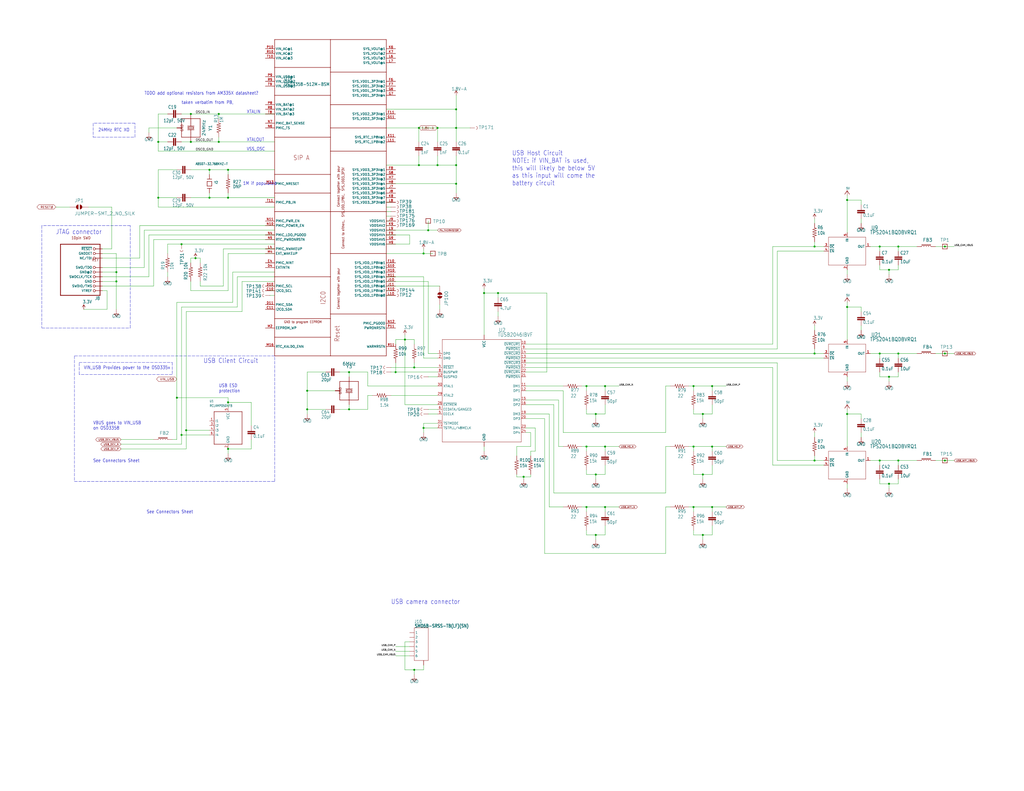
<source format=kicad_sch>
(kicad_sch (version 20211123) (generator eeschema)
  (paper "C")
  (title_block (title "Oresat DxWifi Card") (date "2022-01-30") (rev "1.1"))
  (junction (at 485.14 264.16))
  (junction (at 462.28 226.06))
  (junction (at 383.54 292.1))
  (junction (at 462.28 167.64))
  (junction (at 378.46 276.86))
  (junction (at 444.5 134.62))
  (junction (at 63.5 153.67))
  (junction (at 104.14 62.23))
  (junction (at 190.5 223.52))
  (junction (at 490.22 251.46))
  (junction (at 378.46 210.82))
  (junction (at 114.3 107.95))
  (junction (at 114.3 92.71))
  (junction (at 248.92 59.69))
  (junction (at 388.62 276.86))
  (junction (at 190.5 203.2))
  (junction (at 119.38 62.23))
  (junction (at 325.12 292.1))
  (junction (at 264.16 160.02))
  (junction (at 320.04 276.86))
  (junction (at 388.62 243.84))
  (junction (at 124.46 245.11))
  (junction (at 388.62 210.82))
  (junction (at 106.68 140.97))
  (junction (at 124.46 92.71))
  (junction (at 238.76 69.85))
  (junction (at 330.2 243.84))
  (junction (at 383.54 259.08))
  (junction (at 167.64 213.36))
  (junction (at 63.5 148.59))
  (junction (at 485.14 147.32))
  (junction (at 480.06 251.46))
  (junction (at 515.62 134.62))
  (junction (at 233.68 125.73))
  (junction (at 480.06 134.62))
  (junction (at 383.54 226.06))
  (junction (at 231.14 138.43))
  (junction (at 238.76 90.17))
  (junction (at 167.64 223.52))
  (junction (at 515.62 251.46))
  (junction (at 124.46 219.71))
  (junction (at 320.04 243.84))
  (junction (at 220.98 185.42))
  (junction (at 490.22 193.04))
  (junction (at 96.52 217.17))
  (junction (at 378.46 243.84))
  (junction (at 228.6 90.17))
  (junction (at 99.06 237.49))
  (junction (at 248.92 90.17))
  (junction (at 248.92 100.33))
  (junction (at 325.12 259.08))
  (junction (at 101.6 234.95))
  (junction (at 515.62 193.04))
  (junction (at 490.22 134.62))
  (junction (at 248.92 69.85))
  (junction (at 119.38 77.47))
  (junction (at 271.78 160.02))
  (junction (at 99.06 133.35))
  (junction (at 228.6 69.85))
  (junction (at 104.14 77.47))
  (junction (at 226.06 200.66))
  (junction (at 124.46 107.95))
  (junction (at 330.2 210.82))
  (junction (at 325.12 226.06))
  (junction (at 320.04 210.82))
  (junction (at 462.28 109.22))
  (junction (at 231.14 233.68))
  (junction (at 444.5 193.04))
  (junction (at 480.06 193.04))
  (junction (at 285.75 260.35))
  (junction (at 86.36 77.47))
  (junction (at 330.2 276.86))
  (junction (at 86.36 107.95))
  (junction (at 444.5 251.46))
  (junction (at 215.9 203.2))
  (junction (at 226.06 365.76))
  (junction (at 485.14 205.74))
  (wire (pts (xy 444.5 193.04) (xy 444.5 190.5)))
  (wire (pts (xy 320.04 246.38) (xy 320.04 243.84)))
  (wire (pts (xy 248.92 77.47) (xy 248.92 69.85)))
  (wire (pts (xy 378.46 259.08) (xy 383.54 259.08)))
  (wire (pts (xy 462.28 127) (xy 462.28 109.22)))
  (wire (pts (xy 287.02 193.04) (xy 444.5 193.04)))
  (wire (pts (xy 490.22 134.62) (xy 490.22 137.16)))
  (wire (pts (xy 515.62 251.46) (xy 520.7 251.46)))
  (wire (pts (xy 220.98 350.52) (xy 220.98 365.76)))
  (wire (pts (xy 213.36 113.03) (xy 210.82 113.03)))
  (wire (pts (xy 289.56 236.22) (xy 289.56 243.84)))
  (wire (pts (xy 58.42 168.91) (xy 45.72 168.91)))
  (wire (pts (xy 287.02 203.2) (xy 298.45 203.2)))
  (wire (pts (xy 185.42 203.2) (xy 190.5 203.2)))
  (wire (pts (xy 469.9 177.8) (xy 469.9 180.34)))
  (wire (pts (xy 363.22 236.22) (xy 363.22 210.82)))
  (polyline (pts (xy 93.98 204.47) (xy 43.18 204.47)))
  (wire (pts (xy 167.64 223.52) (xy 167.64 213.36)))
  (wire (pts (xy 96.52 217.17) (xy 96.52 165.1)))
  (wire (pts (xy 388.62 226.06) (xy 388.62 220.98)))
  (wire (pts (xy 182.88 213.36) (xy 167.64 213.36)))
  (wire (pts (xy 238.76 220.98) (xy 220.98 220.98)))
  (wire (pts (xy 99.06 167.64) (xy 129.54 167.64)))
  (wire (pts (xy 320.04 243.84) (xy 317.5 243.84)))
  (wire (pts (xy 220.98 185.42) (xy 226.06 185.42)))
  (wire (pts (xy 302.26 220.98) (xy 302.26 269.24)))
  (wire (pts (xy 210.82 158.75) (xy 213.36 158.75)))
  (wire (pts (xy 469.9 119.38) (xy 469.9 121.92)))
  (wire (pts (xy 365.76 210.82) (xy 363.22 210.82)))
  (wire (pts (xy 231.14 135.89) (xy 231.14 138.43)))
  (wire (pts (xy 330.2 226.06) (xy 330.2 220.98)))
  (wire (pts (xy 297.18 228.6) (xy 297.18 302.26)))
  (wire (pts (xy 287.02 218.44) (xy 304.8 218.44)))
  (wire (pts (xy 101.6 245.11) (xy 101.6 234.95)))
  (wire (pts (xy 231.14 365.76) (xy 231.14 363.22)))
  (wire (pts (xy 91.44 151.13) (xy 91.44 148.59)))
  (wire (pts (xy 264.16 157.48) (xy 264.16 160.02)))
  (wire (pts (xy 325.12 292.1) (xy 325.12 294.64)))
  (wire (pts (xy 238.76 85.09) (xy 238.76 90.17)))
  (wire (pts (xy 78.74 146.05) (xy 55.88 146.05)))
  (wire (pts (xy 190.5 203.2) (xy 200.66 203.2)))
  (wire (pts (xy 121.92 156.21) (xy 121.92 135.89)))
  (wire (pts (xy 378.46 210.82) (xy 375.92 210.82)))
  (wire (pts (xy 210.82 120.65) (xy 213.36 120.65)))
  (wire (pts (xy 271.78 160.02) (xy 264.16 160.02)))
  (wire (pts (xy 474.98 193.04) (xy 480.06 193.04)))
  (wire (pts (xy 388.62 276.86) (xy 378.46 276.86)))
  (wire (pts (xy 236.22 138.43) (xy 231.14 138.43)))
  (wire (pts (xy 210.82 59.69) (xy 248.92 59.69)))
  (wire (pts (xy 363.22 269.24) (xy 363.22 243.84)))
  (wire (pts (xy 469.9 228.6) (xy 469.9 226.06)))
  (wire (pts (xy 325.12 226.06) (xy 330.2 226.06)))
  (wire (pts (xy 271.78 162.56) (xy 271.78 160.02)))
  (wire (pts (xy 289.56 246.38) (xy 289.56 248.92)))
  (wire (pts (xy 233.68 193.04) (xy 233.68 153.67)))
  (polyline (pts (xy 22.86 123.19) (xy 22.86 179.07)))
  (wire (pts (xy 480.06 137.16) (xy 480.06 134.62)))
  (wire (pts (xy 330.2 276.86) (xy 337.82 276.86)))
  (wire (pts (xy 238.76 200.66) (xy 226.06 200.66)))
  (wire (pts (xy 462.28 243.84) (xy 462.28 226.06)))
  (wire (pts (xy 121.92 135.89) (xy 149.86 135.89)))
  (wire (pts (xy 307.34 213.36) (xy 307.34 236.22)))
  (wire (pts (xy 462.28 109.22) (xy 462.28 106.68)))
  (wire (pts (xy 287.02 198.12) (xy 424.18 198.12)))
  (wire (pts (xy 223.52 350.52) (xy 220.98 350.52)))
  (wire (pts (xy 325.12 292.1) (xy 330.2 292.1)))
  (wire (pts (xy 469.9 109.22) (xy 462.28 109.22)))
  (polyline (pts (xy 22.86 179.07) (xy 71.12 179.07)))
  (wire (pts (xy 129.54 151.13) (xy 149.86 151.13)))
  (wire (pts (xy 63.5 148.59) (xy 63.5 153.67)))
  (wire (pts (xy 114.3 237.49) (xy 99.06 237.49)))
  (wire (pts (xy 91.44 133.35) (xy 91.44 138.43)))
  (wire (pts (xy 378.46 289.56) (xy 378.46 292.1)))
  (wire (pts (xy 137.16 245.11) (xy 137.16 240.03)))
  (wire (pts (xy 127 165.1) (xy 127 148.59)))
  (wire (pts (xy 124.46 245.11) (xy 137.16 245.11)))
  (wire (pts (xy 114.3 107.95) (xy 104.14 107.95)))
  (wire (pts (xy 388.62 246.38) (xy 388.62 243.84)))
  (wire (pts (xy 223.52 128.27) (xy 223.52 133.35)))
  (wire (pts (xy 91.44 77.47) (xy 86.36 77.47)))
  (wire (pts (xy 213.36 118.11) (xy 210.82 118.11)))
  (wire (pts (xy 490.22 205.74) (xy 490.22 203.2)))
  (wire (pts (xy 99.06 77.47) (xy 104.14 77.47)))
  (wire (pts (xy 388.62 210.82) (xy 396.24 210.82)))
  (wire (pts (xy 210.82 100.33) (xy 248.92 100.33)))
  (wire (pts (xy 231.14 233.68) (xy 231.14 236.22)))
  (wire (pts (xy 83.82 130.81) (xy 149.86 130.81)))
  (wire (pts (xy 114.3 92.71) (xy 104.14 92.71)))
  (wire (pts (xy 109.22 140.97) (xy 106.68 140.97)))
  (wire (pts (xy 124.46 219.71) (xy 137.16 219.71)))
  (wire (pts (xy 304.8 218.44) (xy 304.8 243.84)))
  (wire (pts (xy 378.46 223.52) (xy 378.46 226.06)))
  (polyline (pts (xy 73.66 67.31) (xy 50.8 67.31)))
  (wire (pts (xy 226.06 365.76) (xy 231.14 365.76)))
  (wire (pts (xy 215.9 203.2) (xy 238.76 203.2)))
  (wire (pts (xy 297.18 302.26) (xy 363.22 302.26)))
  (wire (pts (xy 378.46 243.84) (xy 375.92 243.84)))
  (wire (pts (xy 320.04 276.86) (xy 317.5 276.86)))
  (wire (pts (xy 299.72 226.06) (xy 299.72 276.86)))
  (wire (pts (xy 378.46 276.86) (xy 375.92 276.86)))
  (wire (pts (xy 238.76 231.14) (xy 231.14 231.14)))
  (wire (pts (xy 55.88 148.59) (xy 63.5 148.59)))
  (wire (pts (xy 485.14 147.32) (xy 480.06 147.32)))
  (wire (pts (xy 298.45 160.02) (xy 271.78 160.02)))
  (wire (pts (xy 96.52 92.71) (xy 86.36 92.71)))
  (wire (pts (xy 285.75 260.35) (xy 285.75 261.62)))
  (wire (pts (xy 388.62 276.86) (xy 396.24 276.86)))
  (wire (pts (xy 58.42 158.75) (xy 58.42 168.91)))
  (wire (pts (xy 149.86 133.35) (xy 99.06 133.35)))
  (wire (pts (xy 76.2 123.19) (xy 149.86 123.19)))
  (wire (pts (xy 287.02 213.36) (xy 307.34 213.36)))
  (wire (pts (xy 281.94 243.84) (xy 281.94 248.92)))
  (wire (pts (xy 210.82 128.27) (xy 223.52 128.27)))
  (wire (pts (xy 93.98 240.03) (xy 96.52 240.03)))
  (wire (pts (xy 480.06 195.58) (xy 480.06 193.04)))
  (polyline (pts (xy 149.86 262.89) (xy 149.86 194.31)))
  (wire (pts (xy 480.06 134.62) (xy 490.22 134.62)))
  (wire (pts (xy 480.06 254) (xy 480.06 251.46)))
  (wire (pts (xy 421.64 187.96) (xy 421.64 134.62)))
  (wire (pts (xy 213.36 215.9) (xy 238.76 215.9)))
  (wire (pts (xy 462.28 167.64) (xy 462.28 165.1)))
  (wire (pts (xy 238.76 77.47) (xy 238.76 69.85)))
  (wire (pts (xy 388.62 279.4) (xy 388.62 276.86)))
  (wire (pts (xy 248.92 59.69) (xy 248.92 52.07)))
  (wire (pts (xy 119.38 64.77) (xy 119.38 62.23)))
  (wire (pts (xy 210.82 161.29) (xy 213.36 161.29)))
  (wire (pts (xy 383.54 226.06) (xy 388.62 226.06)))
  (wire (pts (xy 86.36 107.95) (xy 86.36 113.03)))
  (wire (pts (xy 298.45 203.2) (xy 298.45 160.02)))
  (wire (pts (xy 233.68 223.52) (xy 238.76 223.52)))
  (wire (pts (xy 81.28 128.27) (xy 149.86 128.27)))
  (wire (pts (xy 104.14 140.97) (xy 106.68 140.97)))
  (wire (pts (xy 330.2 279.4) (xy 330.2 276.86)))
  (wire (pts (xy 55.88 138.43) (xy 63.5 138.43)))
  (wire (pts (xy 248.92 100.33) (xy 248.92 90.17)))
  (wire (pts (xy 78.74 146.05) (xy 78.74 125.73)))
  (wire (pts (xy 220.98 185.42) (xy 220.98 182.88)))
  (wire (pts (xy 238.76 90.17) (xy 248.92 90.17)))
  (wire (pts (xy 325.12 259.08) (xy 325.12 261.62)))
  (wire (pts (xy 330.2 243.84) (xy 320.04 243.84)))
  (wire (pts (xy 149.86 82.55) (xy 86.36 82.55)))
  (wire (pts (xy 210.82 90.17) (xy 228.6 90.17)))
  (wire (pts (xy 383.54 292.1) (xy 383.54 294.64)))
  (wire (pts (xy 444.5 251.46) (xy 424.18 251.46)))
  (wire (pts (xy 86.36 77.47) (xy 86.36 62.23)))
  (wire (pts (xy 231.14 151.13) (xy 210.82 151.13)))
  (wire (pts (xy 76.2 140.97) (xy 76.2 123.19)))
  (wire (pts (xy 200.66 210.82) (xy 238.76 210.82)))
  (wire (pts (xy 167.64 203.2) (xy 177.8 203.2)))
  (polyline (pts (xy 149.86 194.31) (xy 40.64 194.31)))
  (wire (pts (xy 220.98 365.76) (xy 226.06 365.76)))
  (wire (pts (xy 485.14 208.28) (xy 485.14 205.74)))
  (wire (pts (xy 320.04 279.4) (xy 320.04 276.86)))
  (wire (pts (xy 302.26 269.24) (xy 363.22 269.24)))
  (wire (pts (xy 91.44 62.23) (xy 86.36 62.23)))
  (wire (pts (xy 462.28 226.06) (xy 462.28 223.52)))
  (wire (pts (xy 238.76 195.58) (xy 231.14 195.58)))
  (polyline (pts (xy 93.98 197.866) (xy 93.98 204.47)))
  (wire (pts (xy 60.96 113.03) (xy 48.26 113.03)))
  (wire (pts (xy 104.14 143.51) (xy 104.14 140.97)))
  (wire (pts (xy 480.06 205.74) (xy 480.06 203.2)))
  (wire (pts (xy 469.9 236.22) (xy 469.9 238.76)))
  (wire (pts (xy 167.64 226.06) (xy 167.64 223.52)))
  (wire (pts (xy 449.58 137.16) (xy 424.18 137.16)))
  (wire (pts (xy 149.86 92.71) (xy 124.46 92.71)))
  (wire (pts (xy 114.3 234.95) (xy 101.6 234.95)))
  (wire (pts (xy 500.38 251.46) (xy 490.22 251.46)))
  (wire (pts (xy 474.98 251.46) (xy 480.06 251.46)))
  (wire (pts (xy 55.88 140.97) (xy 76.2 140.97)))
  (polyline (pts (xy 40.64 194.31) (xy 40.64 262.89)))
  (wire (pts (xy 383.54 259.08) (xy 383.54 261.62)))
  (wire (pts (xy 490.22 134.62) (xy 500.38 134.62)))
  (wire (pts (xy 292.1 233.68) (xy 292.1 246.38)))
  (polyline (pts (xy 71.12 179.07) (xy 71.12 123.19)))
  (wire (pts (xy 149.86 161.29) (xy 147.32 161.29)))
  (wire (pts (xy 124.46 158.75) (xy 104.14 158.75)))
  (wire (pts (xy 231.14 195.58) (xy 231.14 151.13)))
  (wire (pts (xy 231.14 231.14) (xy 231.14 233.68)))
  (wire (pts (xy 167.64 213.36) (xy 167.64 203.2)))
  (wire (pts (xy 320.04 256.54) (xy 320.04 259.08)))
  (wire (pts (xy 240.03 168.91) (xy 240.03 166.37)))
  (wire (pts (xy 287.02 220.98) (xy 302.26 220.98)))
  (wire (pts (xy 480.06 147.32) (xy 480.06 144.78)))
  (wire (pts (xy 248.92 69.85) (xy 238.76 69.85)))
  (wire (pts (xy 215.9 187.96) (xy 215.9 185.42)))
  (wire (pts (xy 220.98 220.98) (xy 220.98 185.42)))
  (wire (pts (xy 129.54 167.64) (xy 129.54 151.13)))
  (wire (pts (xy 149.86 138.43) (xy 124.46 138.43)))
  (wire (pts (xy 114.3 107.95) (xy 124.46 107.95)))
  (wire (pts (xy 378.46 246.38) (xy 378.46 243.84)))
  (wire (pts (xy 485.14 266.7) (xy 485.14 264.16)))
  (wire (pts (xy 96.52 69.85) (xy 81.28 69.85)))
  (wire (pts (xy 109.22 143.51) (xy 109.22 140.97)))
  (wire (pts (xy 99.06 133.35) (xy 91.44 133.35)))
  (wire (pts (xy 226.06 185.42) (xy 226.06 187.96)))
  (wire (pts (xy 55.88 153.67) (xy 63.5 153.67)))
  (wire (pts (xy 424.18 190.5) (xy 287.02 190.5)))
  (wire (pts (xy 285.75 260.35) (xy 289.56 260.35)))
  (wire (pts (xy 320.04 210.82) (xy 317.5 210.82)))
  (wire (pts (xy 124.46 217.17) (xy 96.52 217.17)))
  (wire (pts (xy 190.5 220.98) (xy 190.5 223.52)))
  (wire (pts (xy 124.46 222.25) (xy 124.46 219.71)))
  (polyline (pts (xy 71.12 123.19) (xy 22.86 123.19)))
  (wire (pts (xy 485.14 147.32) (xy 490.22 147.32)))
  (wire (pts (xy 421.64 254) (xy 449.58 254)))
  (wire (pts (xy 320.04 289.56) (xy 320.04 292.1)))
  (wire (pts (xy 63.5 153.67) (xy 63.5 168.91)))
  (wire (pts (xy 421.64 134.62) (xy 444.5 134.62)))
  (wire (pts (xy 226.06 198.12) (xy 226.06 200.66)))
  (wire (pts (xy 515.62 134.62) (xy 520.7 134.62)))
  (polyline (pts (xy 43.18 197.866) (xy 93.98 197.866)))
  (wire (pts (xy 264.16 246.38) (xy 264.16 243.84)))
  (wire (pts (xy 444.5 134.62) (xy 444.5 132.08)))
  (wire (pts (xy 444.5 180.34) (xy 444.5 177.8)))
  (wire (pts (xy 469.9 111.76) (xy 469.9 109.22)))
  (wire (pts (xy 480.06 251.46) (xy 490.22 251.46)))
  (wire (pts (xy 81.28 151.13) (xy 81.28 128.27)))
  (wire (pts (xy 132.08 153.67) (xy 149.86 153.67)))
  (wire (pts (xy 228.6 90.17) (xy 238.76 90.17)))
  (wire (pts (xy 109.22 156.21) (xy 121.92 156.21)))
  (wire (pts (xy 149.86 107.95) (xy 124.46 107.95)))
  (wire (pts (xy 96.52 107.95) (xy 86.36 107.95)))
  (wire (pts (xy 55.88 156.21) (xy 83.82 156.21)))
  (wire (pts (xy 325.12 259.08) (xy 330.2 259.08)))
  (wire (pts (xy 63.5 138.43) (xy 63.5 148.59)))
  (wire (pts (xy 490.22 147.32) (xy 490.22 144.78)))
  (wire (pts (xy 469.9 170.18) (xy 469.9 167.64)))
  (wire (pts (xy 66.04 245.11) (xy 101.6 245.11)))
  (wire (pts (xy 388.62 259.08) (xy 388.62 254)))
  (wire (pts (xy 104.14 77.47) (xy 119.38 77.47)))
  (wire (pts (xy 462.28 266.7) (xy 462.28 264.16)))
  (wire (pts (xy 510.54 251.46) (xy 515.62 251.46)))
  (wire (pts (xy 474.98 134.62) (xy 480.06 134.62)))
  (wire (pts (xy 109.22 153.67) (xy 109.22 156.21)))
  (wire (pts (xy 490.22 251.46) (xy 490.22 254)))
  (wire (pts (xy 124.46 247.65) (xy 124.46 245.11)))
  (wire (pts (xy 388.62 213.36) (xy 388.62 210.82)))
  (wire (pts (xy 240.03 156.21) (xy 210.82 156.21)))
  (wire (pts (xy 147.32 158.75) (xy 149.86 158.75)))
  (wire (pts (xy 223.52 133.35) (xy 210.82 133.35)))
  (wire (pts (xy 462.28 208.28) (xy 462.28 205.74)))
  (wire (pts (xy 99.06 237.49) (xy 99.06 167.64)))
  (wire (pts (xy 210.82 110.49) (xy 213.36 110.49)))
  (wire (pts (xy 365.76 276.86) (xy 363.22 276.86)))
  (wire (pts (xy 210.82 115.57) (xy 213.36 115.57)))
  (wire (pts (xy 330.2 292.1) (xy 330.2 287.02)))
  (wire (pts (xy 226.06 368.3) (xy 226.06 365.76)))
  (wire (pts (xy 215.9 185.42) (xy 220.98 185.42)))
  (wire (pts (xy 424.18 137.16) (xy 424.18 190.5)))
  (wire (pts (xy 421.64 254) (xy 421.64 200.66)))
  (wire (pts (xy 383.54 259.08) (xy 388.62 259.08)))
  (wire (pts (xy 119.38 77.47) (xy 119.38 74.93)))
  (wire (pts (xy 378.46 292.1) (xy 383.54 292.1)))
  (wire (pts (xy 281.94 259.08) (xy 281.94 260.35)))
  (wire (pts (xy 256.54 69.85) (xy 248.92 69.85)))
  (wire (pts (xy 287.02 226.06) (xy 299.72 226.06)))
  (wire (pts (xy 99.06 242.57) (xy 99.06 237.49)))
  (wire (pts (xy 383.54 292.1) (xy 388.62 292.1)))
  (wire (pts (xy 60.96 135.89) (xy 60.96 113.03)))
  (wire (pts (xy 490.22 193.04) (xy 490.22 195.58)))
  (wire (pts (xy 271.78 170.18) (xy 271.78 172.72)))
  (wire (pts (xy 96.52 217.17) (xy 96.52 240.03)))
  (wire (pts (xy 55.88 151.13) (xy 81.28 151.13)))
  (wire (pts (xy 124.46 219.71) (xy 124.46 217.17)))
  (wire (pts (xy 383.54 226.06) (xy 383.54 228.6)))
  (wire (pts (xy 485.14 264.16) (xy 480.06 264.16)))
  (wire (pts (xy 378.46 213.36) (xy 378.46 210.82)))
  (wire (pts (xy 238.76 193.04) (xy 233.68 193.04)))
  (wire (pts (xy 444.5 121.92) (xy 444.5 119.38)))
  (wire (pts (xy 388.62 243.84) (xy 378.46 243.84)))
  (wire (pts (xy 104.14 158.75) (xy 104.14 153.67)))
  (wire (pts (xy 287.02 210.82) (xy 307.34 210.82)))
  (wire (pts (xy 226.06 200.66) (xy 213.36 200.66)))
  (wire (pts (xy 490.22 193.04) (xy 500.38 193.04)))
  (wire (pts (xy 421.64 200.66) (xy 287.02 200.66)))
  (wire (pts (xy 299.72 276.86) (xy 307.34 276.86)))
  (wire (pts (xy 287.02 228.6) (xy 297.18 228.6)))
  (wire (pts (xy 485.14 205.74) (xy 490.22 205.74)))
  (wire (pts (xy 444.5 238.76) (xy 444.5 236.22)))
  (wire (pts (xy 119.38 62.23) (xy 104.14 62.23)))
  (wire (pts (xy 124.46 105.41) (xy 124.46 107.95)))
  (wire (pts (xy 213.36 123.19) (xy 210.82 123.19)))
  (wire (pts (xy 233.68 205.74) (xy 238.76 205.74)))
  (wire (pts (xy 223.52 353.06) (xy 215.9 353.06)))
  (wire (pts (xy 480.06 193.04) (xy 490.22 193.04)))
  (wire (pts (xy 462.28 149.86) (xy 462.28 147.32)))
  (wire (pts (xy 83.82 156.21) (xy 83.82 130.81)))
  (wire (pts (xy 114.3 95.25) (xy 114.3 92.71)))
  (wire (pts (xy 449.58 193.04) (xy 444.5 193.04)))
  (wire (pts (xy 320.04 292.1) (xy 325.12 292.1)))
  (wire (pts (xy 510.54 193.04) (xy 515.62 193.04)))
  (wire (pts (xy 233.68 153.67) (xy 210.82 153.67)))
  (polyline (pts (xy 73.66 74.93) (xy 73.66 67.31)))
  (wire (pts (xy 424.18 198.12) (xy 424.18 251.46)))
  (wire (pts (xy 55.88 158.75) (xy 58.42 158.75)))
  (wire (pts (xy 190.5 205.74) (xy 190.5 203.2)))
  (wire (pts (xy 104.14 62.23) (xy 99.06 62.23)))
  (wire (pts (xy 149.86 148.59) (xy 127 148.59)))
  (wire (pts (xy 462.28 185.42) (xy 462.28 167.64)))
  (wire (pts (xy 233.68 120.65) (xy 233.68 125.73)))
  (wire (pts (xy 320.04 226.06) (xy 325.12 226.06)))
  (wire (pts (xy 449.58 251.46) (xy 444.5 251.46)))
  (wire (pts (xy 147.32 156.21) (xy 149.86 156.21)))
  (wire (pts (xy 320.04 213.36) (xy 320.04 210.82)))
  (wire (pts (xy 177.8 223.52) (xy 167.64 223.52)))
  (wire (pts (xy 119.38 77.47) (xy 149.86 77.47)))
  (wire (pts (xy 378.46 256.54) (xy 378.46 259.08)))
  (wire (pts (xy 248.92 69.85) (xy 248.92 59.69)))
  (wire (pts (xy 238.76 69.85) (xy 228.6 69.85)))
  (wire (pts (xy 490.22 264.16) (xy 490.22 261.62)))
  (wire (pts (xy 149.86 62.23) (xy 119.38 62.23)))
  (wire (pts (xy 330.2 210.82) (xy 320.04 210.82)))
  (wire (pts (xy 287.02 187.96) (xy 421.64 187.96)))
  (wire (pts (xy 137.16 219.71) (xy 137.16 232.41)))
  (wire (pts (xy 66.04 242.57) (xy 99.06 242.57)))
  (wire (pts (xy 38.1 113.03) (xy 30.48 113.03)))
  (wire (pts (xy 185.42 223.52) (xy 190.5 223.52)))
  (wire (pts (xy 86.36 82.55) (xy 86.36 77.47)))
  (wire (pts (xy 190.5 223.52) (xy 200.66 223.52)))
  (wire (pts (xy 101.6 170.18) (xy 101.6 234.95)))
  (polyline (pts (xy 50.8 67.31) (xy 50.8 74.93)))
  (wire (pts (xy 124.46 95.25) (xy 124.46 92.71)))
  (wire (pts (xy 330.2 213.36) (xy 330.2 210.82)))
  (polyline (pts (xy 40.64 262.89) (xy 149.86 262.89)))
  (wire (pts (xy 114.3 107.95) (xy 114.3 105.41)))
  (wire (pts (xy 81.28 69.85) (xy 81.28 72.39)))
  (wire (pts (xy 378.46 226.06) (xy 383.54 226.06)))
  (wire (pts (xy 264.16 160.02) (xy 264.16 182.88)))
  (wire (pts (xy 320.04 223.52) (xy 320.04 226.06)))
  (wire (pts (xy 510.54 134.62) (xy 515.62 134.62)))
  (wire (pts (xy 485.14 149.86) (xy 485.14 147.32)))
  (wire (pts (xy 248.92 105.41) (xy 248.92 100.33)))
  (wire (pts (xy 480.06 264.16) (xy 480.06 261.62)))
  (wire (pts (xy 330.2 243.84) (xy 337.82 243.84)))
  (wire (pts (xy 320.04 259.08) (xy 325.12 259.08)))
  (wire (pts (xy 200.66 215.9) (xy 203.2 215.9)))
  (wire (pts (xy 388.62 292.1) (xy 388.62 287.02)))
  (wire (pts (xy 287.02 233.68) (xy 292.1 233.68)))
  (wire (pts (xy 515.62 193.04) (xy 520.7 193.04)))
  (wire (pts (xy 228.6 77.47) (xy 228.6 69.85)))
  (wire (pts (xy 388.62 210.82) (xy 378.46 210.82)))
  (wire (pts (xy 365.76 243.84) (xy 363.22 243.84)))
  (wire (pts (xy 132.08 170.18) (xy 101.6 170.18)))
  (wire (pts (xy 469.9 226.06) (xy 462.28 226.06)))
  (polyline (pts (xy 43.18 204.47) (xy 43.18 197.866)))
  (wire (pts (xy 485.14 264.16) (xy 490.22 264.16)))
  (wire (pts (xy 248.92 90.17) (xy 248.92 85.09)))
  (wire (pts (xy 124.46 92.71) (xy 114.3 92.71)))
  (wire (pts (xy 132.08 153.67) (xy 132.08 170.18)))
  (wire (pts (xy 378.46 279.4) (xy 378.46 276.86)))
  (wire (pts (xy 231.14 138.43) (xy 210.82 138.43)))
  (wire (pts (xy 200.66 223.52) (xy 200.66 215.9)))
  (wire (pts (xy 449.58 195.58) (xy 287.02 195.58)))
  (wire (pts (xy 330.2 276.86) (xy 320.04 276.86)))
  (wire (pts (xy 124.46 138.43) (xy 124.46 158.75)))
  (wire (pts (xy 330.2 259.08) (xy 330.2 254)))
  (wire (pts (xy 330.2 210.82) (xy 337.82 210.82)))
  (wire (pts (xy 215.9 203.2) (xy 215.9 198.12)))
  (wire (pts (xy 238.76 226.06) (xy 233.68 226.06)))
  (wire (pts (xy 281.94 260.35) (xy 285.75 260.35)))
  (wire (pts (xy 223.52 355.6) (xy 215.9 355.6)))
  (wire (pts (xy 213.36 203.2) (xy 215.9 203.2)))
  (wire (pts (xy 86.36 113.03) (xy 149.86 113.03)))
  (wire (pts (xy 292.1 246.38) (xy 289.56 246.38)))
  (wire (pts (xy 86.36 92.71) (xy 86.36 107.95)))
  (wire (pts (xy 238.76 233.68) (xy 231.14 233.68)))
  (wire (pts (xy 83.82 240.03) (xy 66.04 240.03)))
  (wire (pts (xy 449.58 134.62) (xy 444.5 134.62)))
  (wire (pts (xy 330.2 246.38) (xy 330.2 243.84)))
  (wire (pts (xy 485.14 205.74) (xy 480.06 205.74)))
  (wire (pts (xy 307.34 236.22) (xy 363.22 236.22)))
  (wire (pts (xy 78.74 125.73) (xy 149.86 125.73)))
  (wire (pts (xy 233.68 125.73) (xy 210.82 125.73)))
  (wire (pts (xy 388.62 243.84) (xy 396.24 243.84)))
  (wire (pts (xy 363.22 302.26) (xy 363.22 276.86)))
  (wire (pts (xy 444.5 251.46) (xy 444.5 248.92)))
  (wire (pts (xy 325.12 226.06) (xy 325.12 228.6)))
  (wire (pts (xy 200.66 203.2) (xy 200.66 210.82)))
  (wire (pts (xy 289.56 243.84) (xy 281.94 243.84)))
  (wire (pts (xy 55.88 135.89) (xy 60.96 135.89)))
  (wire (pts (xy 228.6 85.09) (xy 228.6 90.17)))
  (wire (pts (xy 287.02 236.22) (xy 289.56 236.22)))
  (wire (pts (xy 228.6 69.85) (xy 210.82 69.85)))
  (wire (pts (xy 289.56 260.35) (xy 289.56 259.08)))
  (polyline (pts (xy 50.8 74.93) (xy 73.66 74.93)))
  (wire (pts (xy 96.52 165.1) (xy 127 165.1)))
  (wire (pts (xy 307.34 243.84) (xy 304.8 243.84)))
  (wire (pts (xy 238.76 125.73) (xy 233.68 125.73)))
  (wire (pts (xy 223.52 358.14) (xy 215.9 358.14)))
  (wire (pts (xy 469.9 167.64) (xy 462.28 167.64)))
  (text "XTALOUT" (at 134.62 77.47 180) (effects (font (size 1.778 1.5113)) (justify left bottom)))
  (text "USB ESD\nprotection" (at 119.38 214.63 180) (effects (font (size 1.778 1.5113)) (justify left bottom)))
  (text "USB Client Circuit" (at 110.998 198.628 180) (effects (font (size 2.54 2.159)) (justify left bottom)))
  (text "VIN_USB Provides power to the OSD335x" (at 45.72 201.93 180) (effects (font (size 1.778 1.5113)) (justify left bottom)))
  (text "24MHz RTC XO" (at 53.594 72.136 180) (effects (font (size 1.778 1.5113)) (justify left bottom)))
  (text "See Connectors Sheet" (at 50.8 252.73 180) (effects (font (size 1.778 1.5113)) (justify left bottom)))
  (text "JTAG connector" (at 30.48 128.27 180) (effects (font (size 2.54 2.159)) (justify left bottom)))
  (text "See Connectors Sheet" (at 80.01 280.67 180) (effects (font (size 1.778 1.5113)) (justify left bottom)))
  (text "1M if populated" (at 132.588 101.346 180) (effects (font (size 1.778 1.5113)) (justify left bottom)))
  (text "TODO add optional resistors from AM335X datasheet?" (at 78.74 52.07 0) (effects (font (size 1.778 1.5113)) (justify left bottom)))
  (text "USB Host Circuit\nNOTE: if VIN_BAT is used,\nthis will likely be below 5V\nas this input will come the\nbattery circuit" (at 279.4 101.6 0) (effects (font (size 2.54 2.159)) (justify left bottom)))
  (text "XTALIN" (at 134.62 62.23 180) (effects (font (size 1.778 1.5113)) (justify left bottom)))
  (text "VBUS goes to VIN_USB\non OSD3358" (at 50.8 234.95 180) (effects (font (size 1.778 1.5113)) (justify left bottom)))
  (text "1.1" (at 560.07 443.23 180) (effects (font (size 3.81 3.2385)) (justify left bottom)))
  (text "USB camera connector" (at 213.36 330.2 180) (effects (font (size 2.54 2.159)) (justify left bottom)))
  (text "VSS_OSC" (at 134.62 82.55 180) (effects (font (size 1.778 1.5113)) (justify left bottom)))
  (text "taken verbatim from PB," (at 99.06 57.15 180) (effects (font (size 1.778 1.5113)) (justify left bottom)))
  (label "USB_CAM_VBUS" (at 520.7 134.62 0) (effects (font (size 0.889 0.889))))
  (label "OSC0_GND" (at 106.68 82.55 0) (effects (font (size 1.2446 1.2446))))
  (label "OSC0_OUT" (at 106.68 77.47 0) (effects (font (size 1.2446 1.2446))))
  (label "USB_CAM_P" (at 215.9 353.06 180) (effects (font (size 0.889 0.889))))
  (label "USB_CAM_VBUS" (at 215.9 358.14 180) (effects (font (size 0.889 0.889))))
  (label "USB_CAM_N" (at 215.9 355.6 180) (effects (font (size 0.889 0.889))))
  (label "USB_CAM_N" (at 337.82 210.82 0) (effects (font (size 0.889 0.889))))
  (label "OSC0_IN" (at 106.68 62.23 0) (effects (font (size 1.2446 1.2446))))
  (label "USB_CAM_P" (at 396.24 210.82 0) (effects (font (size 0.889 0.889))))
  (global_label "RESET#" (shape bidirectional) (at 30.48 113.03 180) (effects (font (size 1.2446 1.2446))) (property "Intersheet References" "${INTERSHEET_REFS}" (at 43.18 -673.1 0)))
  (global_label "PA_THERMISTOR" (shape bidirectional) (at 238.76 125.73 0) (effects (font (size 0.889 0.889))) (property "Intersheet References" "${INTERSHEET_REFS}" (at -17.78 0 0)))
  (global_label "USB_HO_P" (shape bidirectional) (at 396.24 243.84 0) (effects (font (size 0.889 0.889))) (property "Intersheet References" "${INTERSHEET_REFS}" (at -17.78 0 0)))
  (global_label "USB_DEV_VBUS" (shape bidirectional) (at 66.04 240.03 180) (effects (font (size 0.9957 0.9957))) (property "Intersheet References" "${INTERSHEET_REFS}" (at 114.3 -419.1 0)))
  (global_label "USB_HO_N" (shape bidirectional) (at 337.82 243.84 0) (effects (font (size 0.889 0.889))) (property "Intersheet References" "${INTERSHEET_REFS}" (at -17.78 0 0)))
  (global_label "USB_WIFI_VBUS" (shape bidirectional) (at 520.7 251.46 0) (effects (font (size 0.889 0.889))) (property "Intersheet References" "${INTERSHEET_REFS}" (at -17.78 0 0)))
  (global_label "USB_HO_VBUS" (shape bidirectional) (at 520.7 193.04 0) (effects (font (size 0.889 0.889))) (property "Intersheet References" "${INTERSHEET_REFS}" (at -17.78 0 0)))
  (global_label "VIN_USB" (shape bidirectional) (at 96.52 207.01 180) (effects (font (size 1.2446 1.2446))) (property "Intersheet References" "${INTERSHEET_REFS}" (at 175.26 -485.14 0)))
  (global_label "USB_WIFI_N" (shape bidirectional) (at 337.82 276.86 0) (effects (font (size 0.889 0.889))) (property "Intersheet References" "${INTERSHEET_REFS}" (at -17.78 0 0)))
  (global_label "USB_DEV_P" (shape bidirectional) (at 66.04 245.11 180) (effects (font (size 0.9957 0.9957))) (property "Intersheet References" "${INTERSHEET_REFS}" (at 114.3 -408.94 0)))
  (global_label "1.8V-A" (shape bidirectional) (at 228.6 69.85 0) (effects (font (size 1.2446 1.2446))) (property "Intersheet References" "${INTERSHEET_REFS}" (at -17.78 0 0)))
  (global_label "USB_WIFI_P" (shape bidirectional) (at 396.24 276.86 0) (effects (font (size 0.889 0.889))) (property "Intersheet References" "${INTERSHEET_REFS}" (at -17.78 0 0)))
  (global_label "USB_DEV_N" (shape bidirectional) (at 66.04 242.57 180) (effects (font (size 0.9957 0.9957))) (property "Intersheet References" "${INTERSHEET_REFS}" (at 114.3 -414.02 0)))
  (symbol (lib_id "oresat-live-card-eagle-import:R-US_0603-A") (at 320.04 251.46 90) (unit 1)
    (property "Reference" "R90" (at 321.564 249.682 90) (effects (font (size 1.778 1.5113)) (justify right top)))
    (property "Value" "15k" (at 321.564 250.698 90) (effects (font (size 1.778 1.5113)) (justify right bottom)))
    (property "Footprint" "oresat-live-card:.0603-A" (effects hide))
  )
  (symbol (lib_id "oresat-live-card-eagle-import:TPS2041BQDBVRQ1") (at 462.28 134.62 0) (unit 1)
    (property "Reference" "U9" (at 475.3356 125.5014 0) (effects (font (size 2.0828 1.7703)) (justify left bottom)))
    (property "Value" "TPS2041BQDBVRQ1" (at 474.7006 128.0414 0) (effects (font (size 2.0828 1.7703)) (justify left bottom)))
    (property "Footprint" "oresat-live-card:DBV5" (effects hide))
  )
  (symbol (lib_id "oresat-live-card-eagle-import:GND") (at 226.06 370.84 0) (unit 1)
    (property "Reference" "#GND091" (effects hide))
    (property "Value" "GND" (at 226.06 371.094 0) (effects (font (size 1.778 1.5113)) (justify top)))
    (property "Footprint" "oresat-live-card:" (effects hide))
  )
  (symbol (lib_id "oresat-live-card-eagle-import:TEST-POINT3X4") (at 99.06 133.35 270) (unit 1)
    (property "Reference" "TP31" (at 98.298 137.922 0) (effects (font (size 1.778 1.778)) (justify left bottom)))
    (property "Value" "TEST-POINT3X4" (effects hide))
    (property "Footprint" "oresat-live-card:PAD.03X.04" (effects hide))
  )
  (symbol (lib_id "oresat-live-card-eagle-import:C-EU0603-A") (at 330.2 281.94 0) (unit 1)
    (property "Reference" "C61" (at 331.216 281.305 0) (effects (font (size 1.778 1.5113)) (justify left bottom)))
    (property "Value" "50pF" (at 331.216 286.131 0) (effects (font (size 1.778 1.5113)) (justify left bottom)))
    (property "Footprint" "oresat-live-card:.0603-A" (effects hide))
  )
  (symbol (lib_id "oresat-live-card-eagle-import:R-US_0603-A") (at 320.04 284.48 90) (unit 1)
    (property "Reference" "R94" (at 321.564 282.702 90) (effects (font (size 1.778 1.5113)) (justify right top)))
    (property "Value" "15k" (at 321.564 283.718 90) (effects (font (size 1.778 1.5113)) (justify right bottom)))
    (property "Footprint" "oresat-live-card:.0603-A" (effects hide))
  )
  (symbol (lib_id "oresat-live-card-eagle-import:3.3V") (at 444.5 175.26 0) (unit 1)
    (property "Reference" "#3V-014" (effects hide))
    (property "Value" "3.3V" (at 443.865 174.625 0) (effects (font (size 1.778 1.5113)) (justify left bottom)))
    (property "Footprint" "oresat-live-card:" (effects hide))
  )
  (symbol (lib_id "oresat-live-card-eagle-import:TPS2041BQDBVRQ1") (at 462.28 251.46 0) (unit 1)
    (property "Reference" "U20" (at 475.3356 242.3414 0) (effects (font (size 2.0828 1.7703)) (justify left bottom)))
    (property "Value" "TPS2041BQDBVRQ1" (at 474.7006 244.8814 0) (effects (font (size 2.0828 1.7703)) (justify left bottom)))
    (property "Footprint" "oresat-live-card:DBV5" (effects hide))
  )
  (symbol (lib_id "oresat-live-card-eagle-import:TEST-POINT3X4") (at 213.36 118.11 0) (unit 1)
    (property "Reference" "TP175" (at 217.932 118.872 0) (effects (font (size 1.778 1.778)) (justify left bottom)))
    (property "Value" "TEST-POINT3X4" (effects hide))
    (property "Footprint" "oresat-live-card:PAD.03X.04" (effects hide))
  )
  (symbol (lib_id "oresat-live-card-eagle-import:5V") (at 462.28 104.14 0) (unit 1)
    (property "Reference" "#3V-08" (effects hide))
    (property "Value" "5V" (at 461.645 103.505 0) (effects (font (size 1.27 1.0795)) (justify left bottom)))
    (property "Footprint" "oresat-live-card:" (effects hide))
  )
  (symbol (lib_id "oresat-live-card-eagle-import:C-EU0603-A") (at 490.22 139.7 0) (unit 1)
    (property "Reference" "C27" (at 491.236 139.065 0) (effects (font (size 1.778 1.5113)) (justify left bottom)))
    (property "Value" "10uF" (at 491.236 143.891 0) (effects (font (size 1.778 1.5113)) (justify left bottom)))
    (property "Footprint" "oresat-live-card:.0603-A" (effects hide))
  )
  (symbol (lib_id "oresat-live-card-eagle-import:R-US_0603-A") (at 91.44 143.51 90) (unit 1)
    (property "Reference" "R19" (at 89.9414 147.32 0) (effects (font (size 1.778 1.5113)) (justify left bottom)))
    (property "Value" "10k" (at 94.742 147.32 0) (effects (font (size 1.778 1.5113)) (justify left bottom)))
    (property "Footprint" "oresat-live-card:.0603-A" (effects hide))
  )
  (symbol (lib_id "oresat-live-card-eagle-import:GND") (at 325.12 297.18 0) (unit 1)
    (property "Reference" "#GND087" (effects hide))
    (property "Value" "GND" (at 325.12 297.434 0) (effects (font (size 1.778 1.5113)) (justify top)))
    (property "Footprint" "oresat-live-card:" (effects hide))
  )
  (symbol (lib_id "oresat-live-card-eagle-import:GND") (at 231.14 238.76 0) (unit 1)
    (property "Reference" "#GND090" (effects hide))
    (property "Value" "GND" (at 231.14 239.014 0) (effects (font (size 1.778 1.5113)) (justify top)))
    (property "Footprint" "oresat-live-card:" (effects hide))
  )
  (symbol (lib_id "oresat-live-card-eagle-import:ECS-240-12-30BQ-AEN-TR") (at 104.14 69.85 270) (unit 1)
    (property "Reference" "Y1" (at 113.792 69.85 0) (effects (font (size 1.778 1.778)) (justify bottom)))
    (property "Value" "24MHz" (at 112.268 69.85 0) (effects (font (size 1.778 1.778)) (justify top)))
    (property "Footprint" "oresat-live-card:5X3.2-4SMD" (effects hide))
  )
  (symbol (lib_id "oresat-live-card-eagle-import:R-US_0603-A") (at 378.46 218.44 90) (unit 1)
    (property "Reference" "R83" (at 379.984 216.662 90) (effects (font (size 1.778 1.5113)) (justify right top)))
    (property "Value" "15k" (at 379.984 217.678 90) (effects (font (size 1.778 1.5113)) (justify right bottom)))
    (property "Footprint" "oresat-live-card:.0603-A" (effects hide))
  )
  (symbol (lib_id "oresat-live-card-eagle-import:TEST-POINT3X4") (at 147.32 158.75 180) (unit 1)
    (property "Reference" "TP141" (at 142.748 157.988 0) (effects (font (size 1.778 1.778)) (justify left bottom)))
    (property "Value" "TEST-POINT3X4" (effects hide))
    (property "Footprint" "oresat-live-card:PAD.03X.04" (effects hide))
  )
  (symbol (lib_id "oresat-live-card-eagle-import:3.3V") (at 444.5 233.68 0) (unit 1)
    (property "Reference" "#3V-012" (effects hide))
    (property "Value" "3.3V" (at 443.865 233.045 0) (effects (font (size 1.778 1.5113)) (justify left bottom)))
    (property "Footprint" "oresat-live-card:" (effects hide))
  )
  (symbol (lib_id "oresat-live-card-eagle-import:R-US_0603-A") (at 312.42 210.82 180) (unit 1)
    (property "Reference" "R77" (at 311.404 214.122 0) (effects (font (size 1.778 1.5113)) (justify right top)))
    (property "Value" "22" (at 311.404 215.138 0) (effects (font (size 1.778 1.5113)) (justify right bottom)))
    (property "Footprint" "oresat-live-card:.0603-A" (effects hide))
  )
  (symbol (lib_id "oresat-live-card-eagle-import:GND") (at 248.92 107.95 0) (mirror y) (unit 1)
    (property "Reference" "#GND062" (effects hide))
    (property "Value" "GND" (at 248.92 108.204 0) (effects (font (size 1.778 1.5113)) (justify top)))
    (property "Footprint" "oresat-live-card:" (effects hide))
  )
  (symbol (lib_id "oresat-live-card-eagle-import:GND") (at 462.28 152.4 0) (unit 1)
    (property "Reference" "#GND067" (effects hide))
    (property "Value" "GND" (at 462.28 152.654 0) (effects (font (size 1.778 1.5113)) (justify top)))
    (property "Footprint" "oresat-live-card:" (effects hide))
  )
  (symbol (lib_id "oresat-live-card-eagle-import:C-EU0603-A") (at 182.88 223.52 270) (unit 1)
    (property "Reference" "C64" (at 175.26 226.06 90) (effects (font (size 1.778 1.5113)) (justify left bottom)))
    (property "Value" "20pF" (at 175.26 228.6 90) (effects (font (size 1.778 1.5113)) (justify left bottom)))
    (property "Footprint" "oresat-live-card:.0603-A" (effects hide))
  )
  (symbol (lib_id "oresat-live-card-eagle-import:TEST-POINT") (at 515.62 193.04 90) (unit 1)
    (property "Reference" "TP13" (at 513.08 190.5 90) (effects (font (size 1.778 1.778)) (justify right top)))
    (property "Value" "TEST-POINT" (effects hide))
    (property "Footprint" "oresat-live-card:2MM-TEST-POINT" (effects hide))
  )
  (symbol (lib_id "oresat-live-card-eagle-import:TPS2041BQDBVRQ1") (at 462.28 193.04 0) (unit 1)
    (property "Reference" "U21" (at 475.3356 183.9214 0) (effects (font (size 2.0828 1.7703)) (justify left bottom)))
    (property "Value" "TPS2041BQDBVRQ1" (at 474.7006 186.4614 0) (effects (font (size 2.0828 1.7703)) (justify left bottom)))
    (property "Footprint" "oresat-live-card:DBV5" (effects hide))
  )
  (symbol (lib_id "oresat-live-card-eagle-import:RCLAMP0504FB") (at 124.46 232.41 0) (unit 1)
    (property "Reference" "U1" (at 114.3 219.71 0) (effects (font (size 1.27 1.0795)) (justify left bottom)))
    (property "Value" "RCLAMP0504FB" (at 114.3 222.25 0) (effects (font (size 1.27 1.0795)) (justify left bottom)))
    (property "Footprint" "oresat-live-card:SC70-6" (effects hide))
  )
  (symbol (lib_id "oresat-live-card-eagle-import:TEST-POINT") (at 233.68 120.65 90) (unit 1)
    (property "Reference" "TP10" (at 236.22 121.92 90) (effects (font (size 1.778 1.778)) (justify right top)))
    (property "Value" "TEST-POINT" (effects hide))
    (property "Footprint" "oresat-live-card:2MM-TEST-POINT" (effects hide))
  )
  (symbol (lib_id "oresat-live-card-eagle-import:TEST-POINT3X4") (at 213.36 120.65 0) (unit 1)
    (property "Reference" "TP176" (at 217.932 121.412 0) (effects (font (size 1.778 1.778)) (justify left bottom)))
    (property "Value" "TEST-POINT3X4" (effects hide))
    (property "Footprint" "oresat-live-card:PAD.03X.04" (effects hide))
  )
  (symbol (lib_id "oresat-live-card-eagle-import:1.8V-A") (at 248.92 49.53 0) (unit 1)
    (property "Reference" "#1.8V-A01" (effects hide))
    (property "Value" "1.8V-A" (at 246.38 49.53 0) (effects (font (size 1.778 1.5113)) (justify left bottom)))
    (property "Footprint" "oresat-live-card:" (effects hide))
  )
  (symbol (lib_id "oresat-live-card-eagle-import:GND") (at 124.46 250.19 0) (unit 1)
    (property "Reference" "#GND059" (effects hide))
    (property "Value" "GND" (at 124.46 250.444 0) (effects (font (size 1.778 1.5113)) (justify top)))
    (property "Footprint" "oresat-live-card:" (effects hide))
  )
  (symbol (lib_id "oresat-live-card-eagle-import:R-US_0603-A") (at 104.14 148.59 90) (unit 1)
    (property "Reference" "R20" (at 102.3874 152.908 0) (effects (font (size 1.778 1.5113)) (justify left bottom)))
    (property "Value" "10k" (at 102.362 147.32 0) (effects (font (size 1.778 1.5113)) (justify left bottom)))
    (property "Footprint" "oresat-live-card:.0603-A" (effects hide))
  )
  (symbol (lib_id "oresat-live-card-eagle-import:TEST-POINT") (at 515.62 134.62 90) (unit 1)
    (property "Reference" "TP1" (at 513.08 132.08 90) (effects (font (size 1.778 1.778)) (justify right top)))
    (property "Value" "TEST-POINT" (effects hide))
    (property "Footprint" "oresat-live-card:2MM-TEST-POINT" (effects hide))
  )
  (symbol (lib_id "oresat-live-card-eagle-import:TEST-POINT3X4") (at 256.54 69.85 0) (unit 1)
    (property "Reference" "TP171" (at 261.112 70.612 0) (effects (font (size 1.778 1.778)) (justify left bottom)))
    (property "Value" "TEST-POINT3X4" (effects hide))
    (property "Footprint" "oresat-live-card:PAD.03X.04" (effects hide))
  )
  (symbol (lib_id "oresat-live-card-eagle-import:GND") (at 325.12 264.16 0) (unit 1)
    (property "Reference" "#GND085" (effects hide))
    (property "Value" "GND" (at 325.12 264.414 0) (effects (font (size 1.778 1.5113)) (justify top)))
    (property "Footprint" "oresat-live-card:" (effects hide))
  )
  (symbol (lib_id "oresat-live-card-eagle-import:JUMPER-SMT_2_NO_SILK") (at 43.18 113.03 0) (unit 1)
    (property "Reference" "JP1" (at 40.64 110.49 0) (effects (font (size 1.778 1.778)) (justify left bottom)))
    (property "Value" "JUMPER-SMT_2_NO_SILK" (at 40.64 115.57 0) (effects (font (size 1.778 1.778)) (justify left top)))
    (property "Footprint" "oresat-live-card:SMT-JUMPER_2_NO_SILK" (effects hide))
  )
  (symbol (lib_id "oresat-live-card-eagle-import:3.3V") (at 106.68 138.43 0) (unit 1)
    (property "Reference" "#3V-025" (effects hide))
    (property "Value" "3.3V" (at 106.045 137.795 0) (effects (font (size 1.778 1.5113)) (justify left bottom)))
    (property "Footprint" "oresat-live-card:" (effects hide))
  )
  (symbol (lib_id "oresat-live-card-eagle-import:GND") (at 485.14 152.4 0) (unit 1)
    (property "Reference" "#GND075" (effects hide))
    (property "Value" "GND" (at 485.14 152.654 0) (effects (font (size 1.778 1.5113)) (justify top)))
    (property "Footprint" "oresat-live-card:" (effects hide))
  )
  (symbol (lib_id "oresat-live-card-eagle-import:3.3V") (at 45.72 166.37 0) (unit 1)
    (property "Reference" "#3V-024" (effects hide))
    (property "Value" "3.3V" (at 45.085 165.735 0) (effects (font (size 1.778 1.5113)) (justify left bottom)))
    (property "Footprint" "oresat-live-card:" (effects hide))
  )
  (symbol (lib_id "oresat-live-card-eagle-import:C-EU0805-B") (at 248.92 80.01 0) (unit 1)
    (property "Reference" "C26" (at 249.936 79.375 0) (effects (font (size 1.778 1.5113)) (justify left bottom)))
    (property "Value" "0.1uF" (at 249.936 84.201 0) (effects (font (size 1.778 1.5113)) (justify left bottom)))
    (property "Footprint" "oresat-live-card:.0805-B" (effects hide))
  )
  (symbol (lib_id "oresat-live-card-eagle-import:R-US_0603-A") (at 378.46 284.48 90) (unit 1)
    (property "Reference" "R96" (at 379.984 282.702 90) (effects (font (size 1.778 1.5113)) (justify right top)))
    (property "Value" "15k" (at 379.984 283.718 90) (effects (font (size 1.778 1.5113)) (justify right bottom)))
    (property "Footprint" "oresat-live-card:.0603-A" (effects hide))
  )
  (symbol (lib_id "oresat-live-card-eagle-import:GND") (at 167.64 228.6 0) (unit 1)
    (property "Reference" "#GND089" (effects hide))
    (property "Value" "GND" (at 167.64 228.854 0) (effects (font (size 1.778 1.5113)) (justify top)))
    (property "Footprint" "oresat-live-card:" (effects hide))
  )
  (symbol (lib_id "oresat-live-card-eagle-import:TEST-POINT3X4") (at 213.36 123.19 0) (unit 1)
    (property "Reference" "TP169" (at 217.932 123.952 0) (effects (font (size 1.778 1.778)) (justify left bottom)))
    (property "Value" "TEST-POINT3X4" (effects hide))
    (property "Footprint" "oresat-live-card:PAD.03X.04" (effects hide))
  )
  (symbol (lib_id "oresat-live-card-eagle-import:R-US_0603-A") (at 119.38 69.85 90) (unit 1)
    (property "Reference" "R13" (at 118.872 67.056 0) (effects (font (size 1.778 1.5113)) (justify left bottom)))
    (property "Value" "1M" (at 119.888 67.056 0) (effects (font (size 1.778 1.5113)) (justify left top)))
    (property "Footprint" "oresat-live-card:.0603-A" (effects hide))
  )
  (symbol (lib_id "oresat-live-card-eagle-import:GND") (at 264.16 248.92 0) (unit 1)
    (property "Reference" "#GND063" (effects hide))
    (property "Value" "GND" (at 264.16 249.174 0) (effects (font (size 1.778 1.5113)) (justify top)))
    (property "Footprint" "oresat-live-card:" (effects hide))
  )
  (symbol (lib_id "oresat-live-card-eagle-import:JUMPER-SMT_2_NC_TRACE_SILK") (at 240.03 161.29 270) (unit 1)
    (property "Reference" "JP100" (at 242.57 158.75 0) (effects (font (size 1.778 1.778)) (justify left bottom)))
    (property "Value" "JUMPER-SMT_2_NC_TRACE_SILK" (effects hide))
    (property "Footprint" "oresat-live-card:SMT-JUMPER_2_NC_TRACE_SILK" (effects hide))
  )
  (symbol (lib_id "oresat-live-card-eagle-import:TEST-POINT3X4") (at 213.36 158.75 0) (unit 1)
    (property "Reference" "TP144" (at 217.932 159.512 0) (effects (font (size 1.778 1.778)) (justify left bottom)))
    (property "Value" "TEST-POINT3X4" (effects hide))
    (property "Footprint" "oresat-live-card:PAD.03X.04" (effects hide))
  )
  (symbol (lib_id "oresat-live-card-eagle-import:C-EU0603-A") (at 330.2 248.92 0) (unit 1)
    (property "Reference" "C59" (at 331.216 248.285 0) (effects (font (size 1.778 1.5113)) (justify left bottom)))
    (property "Value" "50pF" (at 331.216 253.111 0) (effects (font (size 1.778 1.5113)) (justify left bottom)))
    (property "Footprint" "oresat-live-card:.0603-A" (effects hide))
  )
  (symbol (lib_id "oresat-live-card-eagle-import:C-EU0603-A") (at 182.88 203.2 270) (unit 1)
    (property "Reference" "C63" (at 175.26 205.74 90) (effects (font (size 1.778 1.5113)) (justify left bottom)))
    (property "Value" "20pF" (at 175.26 208.28 90) (effects (font (size 1.778 1.5113)) (justify left bottom)))
    (property "Footprint" "oresat-live-card:.0603-A" (effects hide))
  )
  (symbol (lib_id "oresat-live-card-eagle-import:FERRITE_BEAD-0603") (at 505.46 193.04 90) (unit 1)
    (property "Reference" "FB4" (at 503.555 190.5 90) (effects (font (size 1.778 1.778)) (justify right top)))
    (property "Value" "30Ω/1.8A" (effects hide))
    (property "Footprint" "oresat-live-card:0603" (effects hide))
    (property "Value" "BLM18KG300JH1D" (effects hide))
  )
  (symbol (lib_id "oresat-live-card-eagle-import:GND") (at 91.44 153.67 0) (unit 1)
    (property "Reference" "#GND058" (effects hide))
    (property "Value" "GND" (at 91.44 153.924 0) (effects (font (size 1.778 1.5113)) (justify top)))
    (property "Footprint" "oresat-live-card:" (effects hide))
  )
  (symbol (lib_id "oresat-live-card-eagle-import:C-EU0603-A") (at 480.06 256.54 0) (unit 1)
    (property "Reference" "C42" (at 481.076 255.905 0) (effects (font (size 1.778 1.5113)) (justify left bottom)))
    (property "Value" "0.1uF" (at 481.076 260.731 0) (effects (font (size 1.778 1.5113)) (justify left bottom)))
    (property "Footprint" "oresat-live-card:.0603-A" (effects hide))
  )
  (symbol (lib_id "oresat-live-card-eagle-import:5V") (at 462.28 162.56 0) (unit 1)
    (property "Reference" "#3V-013" (effects hide))
    (property "Value" "5V" (at 461.645 161.925 0) (effects (font (size 1.27 1.0795)) (justify left bottom)))
    (property "Footprint" "oresat-live-card:" (effects hide))
  )
  (symbol (lib_id "oresat-live-card-eagle-import:R-US_0603-A") (at 281.94 254 90) (unit 1)
    (property "Reference" "R100" (at 283.464 252.222 90) (effects (font (size 1.778 1.5113)) (justify right top)))
    (property "Value" "15k" (at 283.464 253.238 90) (effects (font (size 1.778 1.5113)) (justify right bottom)))
    (property "Footprint" "oresat-live-card:.0603-A" (effects hide))
  )
  (symbol (lib_id "oresat-live-card-eagle-import:R-US_0603-A") (at 312.42 276.86 180) (unit 1)
    (property "Reference" "R93" (at 311.404 280.162 0) (effects (font (size 1.778 1.5113)) (justify right top)))
    (property "Value" "22" (at 311.404 281.178 0) (effects (font (size 1.778 1.5113)) (justify right bottom)))
    (property "Footprint" "oresat-live-card:.0603-A" (effects hide))
  )
  (symbol (lib_id "oresat-live-card-eagle-import:C-EU0603-A") (at 480.06 139.7 0) (unit 1)
    (property "Reference" "C7" (at 481.076 139.065 0) (effects (font (size 1.778 1.5113)) (justify left bottom)))
    (property "Value" "0.1uF" (at 481.076 143.891 0) (effects (font (size 1.778 1.5113)) (justify left bottom)))
    (property "Footprint" "oresat-live-card:.0603-A" (effects hide))
  )
  (symbol (lib_id "oresat-live-card-eagle-import:C-EU0603-A") (at 101.6 92.71 270) (unit 1)
    (property "Reference" "C30" (at 93.98 95.25 90) (effects (font (size 1.778 1.5113)) (justify left bottom)))
    (property "Value" "12pF, 50V" (at 93.98 97.79 90) (effects (font (size 1.778 1.5113)) (justify left bottom)))
    (property "Footprint" "oresat-live-card:.0603-A" (effects hide))
  )
  (symbol (lib_id "oresat-live-card-eagle-import:SM06B-SRSS-TB(LF)(SN)") (at 231.14 350.52 0) (unit 1)
    (property "Reference" "J10" (at 226.06 340.36 0) (effects (font (size 1.778 1.5113)) (justify left bottom)))
    (property "Value" "SM06B-SRSS-TB(LF)(SN)" (at 226.06 342.9 0) (effects (font (size 1.778 1.5113) bold) (justify left bottom)))
    (property "Footprint" "oresat-live-card:CONN_SM06B-SRSS-TB_JST" (effects hide))
  )
  (symbol (lib_id "oresat-live-card-eagle-import:R-US_0603-A") (at 370.84 243.84 180) (unit 1)
    (property "Reference" "R91" (at 369.824 247.142 0) (effects (font (size 1.778 1.5113)) (justify right top)))
    (property "Value" "22" (at 369.824 248.158 0) (effects (font (size 1.778 1.5113)) (justify right bottom)))
    (property "Footprint" "oresat-live-card:.0603-A" (effects hide))
  )
  (symbol (lib_id "oresat-live-card-eagle-import:FERRITE_BEAD-0603") (at 505.46 251.46 90) (unit 1)
    (property "Reference" "FB1" (at 503.555 248.92 90) (effects (font (size 1.778 1.778)) (justify right top)))
    (property "Value" "30Ω/1.8A" (effects hide))
    (property "Footprint" "oresat-live-card:0603" (effects hide))
    (property "Value" "BLM18KG300JH1D" (effects hide))
  )
  (symbol (lib_id "oresat-live-card-eagle-import:C-EU0603-A") (at 330.2 215.9 0) (unit 1)
    (property "Reference" "C57" (at 331.216 215.265 0) (effects (font (size 1.778 1.5113)) (justify left bottom)))
    (property "Value" "50pF" (at 331.216 220.091 0) (effects (font (size 1.778 1.5113)) (justify left bottom)))
    (property "Footprint" "oresat-live-card:.0603-A" (effects hide))
  )
  (symbol (lib_id "oresat-live-card-eagle-import:R-US_0603-A") (at 215.9 193.04 270) (unit 1)
    (property "Reference" "R99" (at 217.424 191.262 90) (effects (font (size 1.778 1.5113)) (justify left bottom)))
    (property "Value" "10k" (at 217.424 192.278 90) (effects (font (size 1.778 1.5113)) (justify left top)))
    (property "Footprint" "oresat-live-card:.0603-A" (effects hide))
  )
  (symbol (lib_id "oresat-live-card-eagle-import:C-EU0603-A") (at 101.6 107.95 270) (unit 1)
    (property "Reference" "C29" (at 93.98 110.49 90) (effects (font (size 1.778 1.5113)) (justify left bottom)))
    (property "Value" "12pF, 50V" (at 93.98 113.03 90) (effects (font (size 1.778 1.5113)) (justify left bottom)))
    (property "Footprint" "oresat-live-card:.0603-A" (effects hide))
  )
  (symbol (lib_id "oresat-live-card-eagle-import:C-EU0805-B") (at 238.76 80.01 0) (unit 1)
    (property "Reference" "C25" (at 239.776 79.375 0) (effects (font (size 1.778 1.5113)) (justify left bottom)))
    (property "Value" "1nF" (at 239.776 84.201 0) (effects (font (size 1.778 1.5113)) (justify left bottom)))
    (property "Footprint" "oresat-live-card:.0805-B" (effects hide))
  )
  (symbol (lib_id "oresat-live-card-eagle-import:GND") (at 485.14 210.82 0) (unit 1)
    (property "Reference" "#GND082" (effects hide))
    (property "Value" "GND" (at 485.14 211.074 0) (effects (font (size 1.778 1.5113)) (justify top)))
    (property "Footprint" "oresat-live-card:" (effects hide))
  )
  (symbol (lib_id "oresat-live-card-eagle-import:R-US_0603-A") (at 226.06 193.04 270) (unit 1)
    (property "Reference" "R97" (at 227.584 191.262 90) (effects (font (size 1.778 1.5113)) (justify left bottom)))
    (property "Value" "10k" (at 227.584 192.278 90) (effects (font (size 1.778 1.5113)) (justify left top)))
    (property "Footprint" "oresat-live-card:.0603-A" (effects hide))
  )
  (symbol (lib_id "oresat-live-card-eagle-import:1.8V-A") (at 231.14 133.35 0) (unit 1)
    (property "Reference" "#1.8V-A02" (effects hide))
    (property "Value" "1.8V-A" (at 228.6 133.35 0) (effects (font (size 1.778 1.5113)) (justify left bottom)))
    (property "Footprint" "oresat-live-card:" (effects hide))
  )
  (symbol (lib_id "oresat-live-card-eagle-import:ABS07-32.768KHZ-T") (at 114.3 100.33 90) (unit 1)
    (property "Reference" "Y2" (at 116.84 100.33 90) (effects (font (size 1.27 1.0795)) (justify right top)))
    (property "Value" "ABS07-32.768KHZ-T" (at 106.68 90.17 90) (effects (font (size 1.27 1.0795)) (justify right top)))
    (property "Footprint" "oresat-live-card:CRYSTAL_3.2X1.5" (effects hide))
  )
  (symbol (lib_id "oresat-live-card-eagle-import:GND") (at 325.12 231.14 0) (unit 1)
    (property "Reference" "#GND083" (effects hide))
    (property "Value" "GND" (at 325.12 231.394 0) (effects (font (size 1.778 1.5113)) (justify top)))
    (property "Footprint" "oresat-live-card:" (effects hide))
  )
  (symbol (lib_id "oresat-live-card-eagle-import:C-EU0603-A") (at 271.78 165.1 0) (unit 1)
    (property "Reference" "C65" (at 272.796 164.465 0) (effects (font (size 1.778 1.5113)) (justify left bottom)))
    (property "Value" "4.7uF" (at 272.796 169.291 0) (effects (font (size 1.778 1.5113)) (justify left bottom)))
    (property "Footprint" "oresat-live-card:.0603-A" (effects hide))
  )
  (symbol (lib_id "oresat-live-card-eagle-import:TEST-POINT3X4") (at 233.68 223.52 180) (unit 1)
    (property "Reference" "TP19" (at 229.108 222.758 0) (effects (font (size 1.778 1.778)) (justify left bottom)))
    (property "Value" "TEST-POINT3X4" (effects hide))
    (property "Footprint" "oresat-live-card:PAD.03X.04" (effects hide))
  )
  (symbol (lib_id "oresat-live-card-eagle-import:R-US_0603-A") (at 444.5 127 90) (unit 1)
    (property "Reference" "R6" (at 446.024 125.222 90) (effects (font (size 1.778 1.5113)) (justify right top)))
    (property "Value" "10k" (at 446.024 126.238 90) (effects (font (size 1.778 1.5113)) (justify right bottom)))
    (property "Footprint" "oresat-live-card:.0603-A" (effects hide))
  )
  (symbol (lib_id "oresat-live-card-eagle-import:C-EU0603-A") (at 469.9 231.14 0) (unit 1)
    (property "Reference" "C28" (at 470.916 230.505 0) (effects (font (size 1.778 1.5113)) (justify left bottom)))
    (property "Value" "0.1uF" (at 470.916 235.331 0) (effects (font (size 1.778 1.5113)) (justify left bottom)))
    (property "Footprint" "oresat-live-card:.0603-A" (effects hide))
  )
  (symbol (lib_id "oresat-live-card-eagle-import:TEST-POINT3X4") (at 213.36 110.49 0) (unit 1)
    (property "Reference" "TP39" (at 217.932 111.252 0) (effects (font (size 1.778 1.778)) (justify left bottom)))
    (property "Value" "TEST-POINT3X4" (effects hide))
    (property "Footprint" "oresat-live-card:PAD.03X.04" (effects hide))
  )
  (symbol (lib_id "oresat-live-card-eagle-import:GND") (at 462.28 210.82 0) (unit 1)
    (property "Reference" "#GND081" (effects hide))
    (property "Value" "GND" (at 462.28 211.074 0) (effects (font (size 1.778 1.5113)) (justify top)))
    (property "Footprint" "oresat-live-card:" (effects hide))
  )
  (symbol (lib_id "oresat-live-card-eagle-import:3.3V") (at 444.5 116.84 0) (unit 1)
    (property "Reference" "#3V-09" (effects hide))
    (property "Value" "3.3V" (at 443.865 116.205 0) (effects (font (size 1.778 1.5113)) (justify left bottom)))
    (property "Footprint" "oresat-live-card:" (effects hide))
  )
  (symbol (lib_id "oresat-live-card-eagle-import:TEST-POINT3X4") (at 213.36 161.29 0) (unit 1)
    (property "Reference" "TP12" (at 217.932 162.052 0) (effects (font (size 1.778 1.778)) (justify left bottom)))
    (property "Value" "TEST-POINT3X4" (effects hide))
    (property "Footprint" "oresat-live-card:PAD.03X.04" (effects hide))
  )
  (symbol (lib_id "oresat-live-card-eagle-import:R-US_0603-A") (at 370.84 276.86 180) (unit 1)
    (property "Reference" "R95" (at 369.824 280.162 0) (effects (font (size 1.778 1.5113)) (justify right top)))
    (property "Value" "22" (at 369.824 281.178 0) (effects (font (size 1.778 1.5113)) (justify right bottom)))
    (property "Footprint" "oresat-live-card:.0603-A" (effects hide))
  )
  (symbol (lib_id "oresat-live-card-eagle-import:GND") (at 285.75 264.16 0) (unit 1)
    (property "Reference" "#GND093" (effects hide))
    (property "Value" "GND" (at 285.75 264.414 0) (effects (font (size 1.778 1.5113)) (justify top)))
    (property "Footprint" "oresat-live-card:" (effects hide))
  )
  (symbol (lib_id "oresat-live-card-eagle-import:TEST-POINT") (at 236.22 138.43 90) (unit 1)
    (property "Reference" "TP8" (at 238.76 139.7 90) (effects (font (size 1.778 1.778)) (justify right top)))
    (property "Value" "TEST-POINT" (effects hide))
    (property "Footprint" "oresat-live-card:2MM-TEST-POINT" (effects hide))
  )
  (symbol (lib_id "oresat-live-card-eagle-import:C-EU0603-A") (at 490.22 198.12 0) (unit 1)
    (property "Reference" "C56" (at 491.236 197.485 0) (effects (font (size 1.778 1.5113)) (justify left bottom)))
    (property "Value" "10uF" (at 491.236 202.311 0) (effects (font (size 1.778 1.5113)) (justify left bottom)))
    (property "Footprint" "oresat-live-card:.0603-A" (effects hide))
  )
  (symbol (lib_id "oresat-live-card-eagle-import:TEST-POINT3X4") (at 233.68 205.74 180) (unit 1)
    (property "Reference" "TP16" (at 229.108 204.978 0) (effects (font (size 1.778 1.778)) (justify left bottom)))
    (property "Value" "TEST-POINT3X4" (effects hide))
    (property "Footprint" "oresat-live-card:PAD.03X.04" (effects hide))
  )
  (symbol (lib_id "oresat-live-card-eagle-import:C-EU0805-B") (at 228.6 80.01 0) (unit 1)
    (property "Reference" "C24" (at 229.616 79.375 0) (effects (font (size 1.778 1.5113)) (justify left bottom)))
    (property "Value" "1nF" (at 229.616 84.201 0) (effects (font (size 1.778 1.5113)) (justify left bottom)))
    (property "Footprint" "oresat-live-card:.0805-B" (effects hide))
  )
  (symbol (lib_id "oresat-live-card-eagle-import:C-EU0603-A") (at 93.98 62.23 90) (unit 1)
    (property "Reference" "C19" (at 91.694 59.436 90) (effects (font (size 1.778 1.5113)) (justify right top)))
    (property "Value" "12pF, 50V" (at 89.154 66.802 90) (effects (font (size 1.778 1.5113)) (justify right top)))
    (property "Footprint" "oresat-live-card:.0603-A" (effects hide))
  )
  (symbol (lib_id "oresat-live-card-eagle-import:TEST-POINT") (at 515.62 251.46 90) (unit 1)
    (property "Reference" "TP15" (at 513.08 248.92 90) (effects (font (size 1.778 1.778)) (justify right top)))
    (property "Value" "TEST-POINT" (effects hide))
    (property "Footprint" "oresat-live-card:2MM-TEST-POINT" (effects hide))
  )
  (symbol (lib_id "oresat-live-card-eagle-import:R-US_0603-A") (at 320.04 218.44 90) (unit 1)
    (property "Reference" "R78" (at 321.564 216.662 90) (effects (font (size 1.778 1.5113)) (justify right top)))
    (property "Value" "15k" (at 321.564 217.678 90) (effects (font (size 1.778 1.5113)) (justify right bottom)))
    (property "Footprint" "oresat-live-card:.0603-A" (effects hide))
  )
  (symbol (lib_id "oresat-live-card-eagle-import:TEST-POINT3X4") (at 213.36 113.03 0) (unit 1)
    (property "Reference" "TP38" (at 217.932 113.792 0) (effects (font (size 1.778 1.778)) (justify left bottom)))
    (property "Value" "TEST-POINT3X4" (effects hide))
    (property "Footprint" "oresat-live-card:PAD.03X.04" (effects hide))
  )
  (symbol (lib_id "oresat-live-card-eagle-import:OSD3358-512M-BSM") (at 180.34 105.41 0) (unit 1)
    (property "Reference" "U7" (at 154.94 41.91 0) (effects (font (size 1.778 1.5113)) (justify left top)))
    (property "Value" "OSD3358-512M-BSM" (at 154.94 46.99 0) (effects (font (size 1.778 1.5113)) (justify left bottom)))
    (property "Footprint" "oresat-live-card:OSD335X-BGA-256" (effects hide))
  )
  (symbol (lib_id "oresat-live-card-eagle-import:C-EU0603-A") (at 469.9 114.3 0) (unit 1)
    (property "Reference" "C1" (at 470.916 113.665 0) (effects (font (size 1.778 1.5113)) (justify left bottom)))
    (property "Value" "0.1uF" (at 470.916 118.491 0) (effects (font (size 1.778 1.5113)) (justify left bottom)))
    (property "Footprint" "oresat-live-card:.0603-A" (effects hide))
  )
  (symbol (lib_id "oresat-live-card-eagle-import:C-EU0603-A") (at 137.16 234.95 0) (unit 1)
    (property "Reference" "C4" (at 138.176 234.315 0) (effects (font (size 1.778 1.5113)) (justify left bottom)))
    (property "Value" "0.1uF" (at 138.176 239.141 0) (effects (font (size 1.778 1.5113)) (justify left bottom)))
    (property "Footprint" "oresat-live-card:.0603-A" (effects hide))
  )
  (symbol (lib_id "oresat-live-card-eagle-import:GND") (at 485.14 269.24 0) (unit 1)
    (property "Reference" "#GND079" (effects hide))
    (property "Value" "GND" (at 485.14 269.494 0) (effects (font (size 1.778 1.5113)) (justify top)))
    (property "Footprint" "oresat-live-card:" (effects hide))
  )
  (symbol (lib_id "oresat-live-card-eagle-import:GND") (at 81.28 74.93 0) (unit 1)
    (property "Reference" "#GND056" (effects hide))
    (property "Value" "GND" (at 81.28 75.184 0) (effects (font (size 1.778 1.5113)) (justify top)))
    (property "Footprint" "oresat-live-card:" (effects hide))
  )
  (symbol (lib_id "oresat-live-card-eagle-import:GND") (at 271.78 175.26 0) (unit 1)
    (property "Reference" "#GND092" (effects hide))
    (property "Value" "GND" (at 271.78 175.514 0) (effects (font (size 1.778 1.5113)) (justify top)))
    (property "Footprint" "oresat-live-card:" (effects hide))
  )
  (symbol (lib_id "oresat-live-card-eagle-import:C-EU0603-A") (at 388.62 248.92 0) (unit 1)
    (property "Reference" "C60" (at 389.636 248.285 0) (effects (font (size 1.778 1.5113)) (justify left bottom)))
    (property "Value" "50pF" (at 389.636 253.111 0) (effects (font (size 1.778 1.5113)) (justify left bottom)))
    (property "Footprint" "oresat-live-card:.0603-A" (effects hide))
  )
  (symbol (lib_id "oresat-live-card-eagle-import:TEST-POINT3X4") (at 233.68 226.06 180) (unit 1)
    (property "Reference" "TP20" (at 229.108 225.298 0) (effects (font (size 1.778 1.778)) (justify left bottom)))
    (property "Value" "TEST-POINT3X4" (effects hide))
    (property "Footprint" "oresat-live-card:PAD.03X.04" (effects hide))
  )
  (symbol (lib_id "oresat-live-card-eagle-import:GND") (at 462.28 269.24 0) (unit 1)
    (property "Reference" "#GND078" (effects hide))
    (property "Value" "GND" (at 462.28 269.494 0) (effects (font (size 1.778 1.5113)) (justify top)))
    (property "Footprint" "oresat-live-card:" (effects hide))
  )
  (symbol (lib_id "oresat-live-card-eagle-import:GND") (at 383.54 264.16 0) (unit 1)
    (property "Reference" "#GND086" (effects hide))
    (property "Value" "GND" (at 383.54 264.414 0) (effects (font (size 1.778 1.5113)) (justify top)))
    (property "Footprint" "oresat-live-card:" (effects hide))
  )
  (symbol (lib_id "oresat-live-card-eagle-import:C-EU0603-A") (at 490.22 256.54 0) (unit 1)
    (property "Reference" "C53" (at 491.236 255.905 0) (effects (font (size 1.778 1.5113)) (justify left bottom)))
    (property "Value" "10uF" (at 491.236 260.731 0) (effects (font (size 1.778 1.5113)) (justify left bottom)))
    (property "Footprint" "oresat-live-card:.0603-A" (effects hide))
  )
  (symbol (lib_id "oresat-live-card-eagle-import:R-US_0603-A") (at 208.28 215.9 180) (unit 1)
    (property "Reference" "R98" (at 207.264 219.202 0) (effects (font (size 1.778 1.5113)) (justify right top)))
    (property "Value" "1.5k" (at 207.264 220.218 0) (effects (font (size 1.778 1.5113)) (justify right bottom)))
    (property "Footprint" "oresat-live-card:.0603-A" (effects hide))
  )
  (symbol (lib_id "oresat-live-card-eagle-import:R-US_0603-A") (at 370.84 210.82 180) (unit 1)
    (property "Reference" "R79" (at 369.824 214.122 0) (effects (font (size 1.778 1.5113)) (justify right top)))
    (property "Value" "22" (at 369.824 215.138 0) (effects (font (size 1.778 1.5113)) (justify right bottom)))
    (property "Footprint" "oresat-live-card:.0603-A" (effects hide))
  )
  (symbol (lib_id "oresat-live-card-eagle-import:C-EU0603-A") (at 469.9 172.72 0) (unit 1)
    (property "Reference" "C54" (at 470.916 172.085 0) (effects (font (size 1.778 1.5113)) (justify left bottom)))
    (property "Value" "0.1uF" (at 470.916 176.911 0) (effects (font (size 1.778 1.5113)) (justify left bottom)))
    (property "Footprint" "oresat-live-card:.0603-A" (effects hide))
  )
  (symbol (lib_id "oresat-live-card-eagle-import:FTSH-105-XX-X-DV-K") (at 48.26 143.51 180) (unit 1)
    (property "Reference" "J8" (at 54.61 161.925 0) (effects (font (size 1.778 1.5113)) (justify left bottom)))
    (property "Value" "FTSH-105-XX-X-DV-K" (effects hide))
    (property "Footprint" "oresat-live-card:CON10_2X5_DUK_FTSH" (effects hide))
  )
  (symbol (lib_id "oresat-live-card-eagle-import:GND") (at 63.5 171.45 0) (unit 1)
    (property "Reference" "#GND057" (effects hide))
    (property "Value" "GND" (at 63.5 171.704 0) (effects (font (size 1.778 1.5113)) (justify top)))
    (property "Footprint" "oresat-live-card:" (effects hide))
  )
  (symbol (lib_id "oresat-live-card-eagle-import:TEST-POINT3X4") (at 147.32 161.29 180) (unit 1)
    (property "Reference" "TP139" (at 142.748 160.528 0) (effects (font (size 1.778 1.778)) (justify left bottom)))
    (property "Value" "TEST-POINT3X4" (effects hide))
    (property "Footprint" "oresat-live-card:PAD.03X.04" (effects hide))
  )
  (symbol (lib_id "oresat-live-card-eagle-import:FERRITE_BEAD-0603") (at 88.9 240.03 90) (unit 1)
    (property "Reference" "FB2" (at 86.995 237.49 90) (effects (font (size 1.778 1.778)) (justify right top)))
    (property "Value" "30Ω/1.8A" (effects hide))
    (property "Footprint" "oresat-live-card:0603" (effects hide))
    (property "Value" "BLM18KG300JH1D" (effects hide))
  )
  (symbol (lib_id "oresat-live-card-eagle-import:R-US_0603-A") (at 109.22 148.59 90) (unit 1)
    (property "Reference" "R22" (at 113.0554 153.416 0) (effects (font (size 1.778 1.5113)) (justify left bottom)))
    (property "Value" "10k" (at 113.03 148.082 0) (effects (font (size 1.778 1.5113)) (justify left bottom)))
    (property "Footprint" "oresat-live-card:.0603-A" (effects hide))
  )
  (symbol (lib_id "oresat-live-card-eagle-import:TEST-POINT3X4") (at 213.36 203.2 180) (unit 1)
    (property "Reference" "TP18" (at 208.788 202.438 0) (effects (font (size 1.778 1.778)) (justify left bottom)))
    (property "Value" "TEST-POINT3X4" (effects hide))
    (property "Footprint" "oresat-live-card:PAD.03X.04" (effects hide))
  )
  (symbol (lib_id "oresat-live-card-eagle-import:R-US_0603-A") (at 444.5 243.84 90) (unit 1)
    (property "Reference" "R7" (at 446.024 242.062 90) (effects (font (size 1.778 1.5113)) (justify right top)))
    (property "Value" "10k" (at 446.024 243.078 90) (effects (font (size 1.778 1.5113)) (justify right bottom)))
    (property "Footprint" "oresat-live-card:.0603-A" (effects hide))
  )
  (symbol (lib_id "oresat-live-card-eagle-import:TEST-POINT3X4") (at 213.36 200.66 180) (unit 1)
    (property "Reference" "TP17" (at 208.788 199.898 0) (effects (font (size 1.778 1.778)) (justify left bottom)))
    (property "Value" "TEST-POINT3X4" (effects hide))
    (property "Footprint" "oresat-live-card:PAD.03X.04" (effects hide))
  )
  (symbol (lib_id "oresat-live-card-eagle-import:GND") (at 240.03 171.45 0) (mirror y) (unit 1)
    (property "Reference" "#GND035" (effects hide))
    (property "Value" "GND" (at 240.03 171.704 0) (effects (font (size 1.778 1.5113)) (justify top)))
    (property "Footprint" "oresat-live-card:" (effects hide))
  )
  (symbol (lib_id "oresat-live-card-eagle-import:R-US_0603-A") (at 378.46 251.46 90) (unit 1)
    (property "Reference" "R92" (at 379.984 249.682 90) (effects (font (size 1.778 1.5113)) (justify right top)))
    (property "Value" "15k" (at 379.984 250.698 90) (effects (font (size 1.778 1.5113)) (justify right bottom)))
    (property "Footprint" "oresat-live-card:.0603-A" (effects hide))
  )
  (symbol (lib_id "oresat-live-card-eagle-import:TEST-POINT3X4") (at 213.36 115.57 0) (unit 1)
    (property "Reference" "TP181" (at 217.932 116.332 0) (effects (font (size 1.778 1.778)) (justify left bottom)))
    (property "Value" "TEST-POINT3X4" (effects hide))
    (property "Footprint" "oresat-live-card:PAD.03X.04" (effects hide))
  )
  (symbol (lib_id "oresat-live-card-eagle-import:ECS-060-18-20BM-JEN-TR") (at 190.5 213.36 270) (unit 1)
    (property "Reference" "Y3" (at 190.5 201.168 90) (effects (font (size 1.778 1.778)) (justify bottom)))
    (property "Value" "6MHz" (at 190.5 197.612 90) (effects (font (size 1.778 1.778)) (justify top)))
    (property "Footprint" "oresat-live-card:ECS_ECS-060-18-20BM-JEN-TR" (effects hide))
  )
  (symbol (lib_id "oresat-live-card-eagle-import:GND") (at 469.9 182.88 0) (unit 1)
    (property "Reference" "#GND080" (effects hide))
    (property "Value" "GND" (at 469.9 183.134 0) (effects (font (size 1.778 1.5113)) (justify top)))
    (property "Footprint" "oresat-live-card:" (effects hide))
  )
  (symbol (lib_id "oresat-live-card-eagle-import:C-EU0603-A") (at 388.62 215.9 0) (unit 1)
    (property "Reference" "C58" (at 389.636 215.265 0) (effects (font (size 1.778 1.5113)) (justify left bottom)))
    (property "Value" "50pF" (at 389.636 220.091 0) (effects (font (size 1.778 1.5113)) (justify left bottom)))
    (property "Footprint" "oresat-live-card:.0603-A" (effects hide))
  )
  (symbol (lib_id "oresat-live-card-eagle-import:GND") (at 469.9 241.3 0) (unit 1)
    (property "Reference" "#GND077" (effects hide))
    (property "Value" "GND" (at 469.9 241.554 0) (effects (font (size 1.778 1.5113)) (justify top)))
    (property "Footprint" "oresat-live-card:" (effects hide))
  )
  (symbol (lib_id "oresat-live-card-eagle-import:R-US_0603-A") (at 444.5 185.42 90) (unit 1)
    (property "Reference" "R76" (at 446.024 183.642 90) (effects (font (size 1.778 1.5113)) (justify right top)))
    (property "Value" "10k" (at 446.024 184.658 90) (effects (font (size 1.778 1.5113)) (justify right bottom)))
    (property "Footprint" "oresat-live-card:.0603-A" (effects hide))
  )
  (symbol (lib_id "oresat-live-card-eagle-import:R-US_0603-A") (at 312.42 243.84 180) (unit 1)
    (property "Reference" "R89" (at 311.404 247.142 0) (effects (font (size 1.778 1.5113)) (justify right top)))
    (property "Value" "22" (at 311.404 248.158 0) (effects (font (size 1.778 1.5113)) (justify right bottom)))
    (property "Footprint" "oresat-live-card:.0603-A" (effects hide))
  )
  (symbol (lib_id "oresat-live-card-eagle-import:3.3V") (at 220.98 180.34 0) (unit 1)
    (property "Reference" "#3V-016" (effects hide))
    (property "Value" "3.3V" (at 220.345 179.705 0) (effects (font (size 1.778 1.5113)) (justify left bottom)))
    (property "Footprint" "oresat-live-card:" (effects hide))
  )
  (symbol (lib_id "oresat-live-card-eagle-import:FERRITE_BEAD-0603") (at 505.46 134.62 90) (unit 1)
    (property "Reference" "FB3" (at 503.555 132.08 90) (effects (font (size 1.778 1.778)) (justify right top)))
    (property "Value" "30Ω/1.8A" (effects hide))
    (property "Footprint" "oresat-live-card:0603" (effects hide))
    (property "Value" "BLM18KG300JH1D" (effects hide))
  )
  (symbol (lib_id "oresat-live-card-eagle-import:TUSB2046IBVF") (at 264.16 213.36 0) (unit 1)
    (property "Reference" "U2" (at 272.1356 181.3814 0) (effects (font (size 2.0828 1.7703)) (justify left bottom)))
    (property "Value" "TUSB2046IBVF" (at 271.5006 183.9214 0) (effects (font (size 2.0828 1.7703)) (justify left bottom)))
    (property "Footprint" "oresat-live-card:QFP80P900X900X160-32N" (effects hide))
  )
  (symbol (lib_id "oresat-live-card-eagle-import:GND") (at 469.9 124.46 0) (unit 1)
    (property "Reference" "#GND064" (effects hide))
    (property "Value" "GND" (at 469.9 124.714 0) (effects (font (size 1.778 1.5113)) (justify top)))
    (property "Footprint" "oresat-live-card:" (effects hide))
  )
  (symbol (lib_id "oresat-live-card-eagle-import:R-US_0603-A") (at 289.56 254 90) (unit 1)
    (property "Reference" "R101" (at 291.084 252.222 90) (effects (font (size 1.778 1.5113)) (justify right top)))
    (property "Value" "15k" (at 291.084 253.238 90) (effects (font (size 1.778 1.5113)) (justify right bottom)))
    (property "Footprint" "oresat-live-card:.0603-A" (effects hide))
  )
  (symbol (lib_id "oresat-live-card-eagle-import:C-EU0603-A") (at 93.98 77.47 90) (unit 1)
    (property "Reference" "C22" (at 91.694 74.676 90) (effects (font (size 1.778 1.5113)) (justify right top)))
    (property "Value" "12pF, 50V" (at 89.154 82.042 90) (effects (font (size 1.778 1.5113)) (justify right top)))
    (property "Footprint" "oresat-live-card:.0603-A" (effects hide))
  )
  (symbol (lib_id "oresat-live-card-eagle-import:GND") (at 383.54 231.14 0) (unit 1)
    (property "Reference" "#GND084" (effects hide))
    (property "Value" "GND" (at 383.54 231.394 0) (effects (font (size 1.778 1.5113)) (justify top)))
    (property "Footprint" "oresat-live-card:" (effects hide))
  )
  (symbol (lib_id "oresat-live-card-eagle-import:5V") (at 462.28 220.98 0) (unit 1)
    (property "Reference" "#3V-010" (effects hide))
    (property "Value" "5V" (at 461.645 220.345 0) (effects (font (size 1.27 1.0795)) (justify left bottom)))
    (property "Footprint" "oresat-live-card:" (effects hide))
  )
  (symbol (lib_id "oresat-live-card-eagle-import:3.3V") (at 264.16 154.94 0) (unit 1)
    (property "Reference" "#3V-07" (effects hide))
    (property "Value" "3.3V" (at 263.525 154.305 0) (effects (font (size 1.778 1.5113)) (justify left bottom)))
    (property "Footprint" "oresat-live-card:" (effects hide))
  )
  (symbol (lib_id "oresat-live-card-eagle-import:R-US_0603-A") (at 124.46 100.33 90) (unit 1)
    (property "Reference" "R27" (at 127 100.33 90) (effects (font (size 1.778 1.5113)) (justify right top)))
    (property "Value" "DNP" (at 127 102.87 90) (effects (font (size 1.778 1.5113)) (justify right top)))
    (property "Footprint" "oresat-live-card:.0603-A" (effects hide))
  )
  (symbol (lib_id "oresat-live-card-eagle-import:GND") (at 383.54 297.18 0) (unit 1)
    (property "Reference" "#GND088" (effects hide))
    (property "Value" "GND" (at 383.54 297.434 0) (effects (font (size 1.778 1.5113)) (justify top)))
    (property "Footprint" "oresat-live-card:" (effects hide))
  )
  (symbol (lib_id "oresat-live-card-eagle-import:C-EU0603-A") (at 388.62 281.94 0) (unit 1)
    (property "Reference" "C62" (at 389.636 281.305 0) (effects (font (size 1.778 1.5113)) (justify left bottom)))
    (property "Value" "50pF" (at 389.636 286.131 0) (effects (font (size 1.778 1.5113)) (justify left bottom)))
    (property "Footprint" "oresat-live-card:.0603-A" (effects hide))
  )
  (symbol (lib_id "oresat-live-card-eagle-import:TEST-POINT3X4") (at 147.32 156.21 180) (unit 1)
    (property "Reference" "TP138" (at 142.748 155.448 0) (effects (font (size 1.778 1.778)) (justify left bottom)))
    (property "Value" "TEST-POINT3X4" (effects hide))
    (property "Footprint" "oresat-live-card:PAD.03X.04" (effects hide))
  )
  (symbol (lib_id "oresat-live-card-eagle-import:C-EU0603-A") (at 480.06 198.12 0) (unit 1)
    (property "Reference" "C55" (at 481.076 197.485 0) (effects (font (size 1.778 1.5113)) (justify left bottom)))
    (property "Value" "0.1uF" (at 481.076 202.311 0) (effects (font (size 1.778 1.5113)) (justify left bottom)))
    (property "Footprint" "oresat-live-card:.0603-A" (effects hide))
  )
)
</source>
